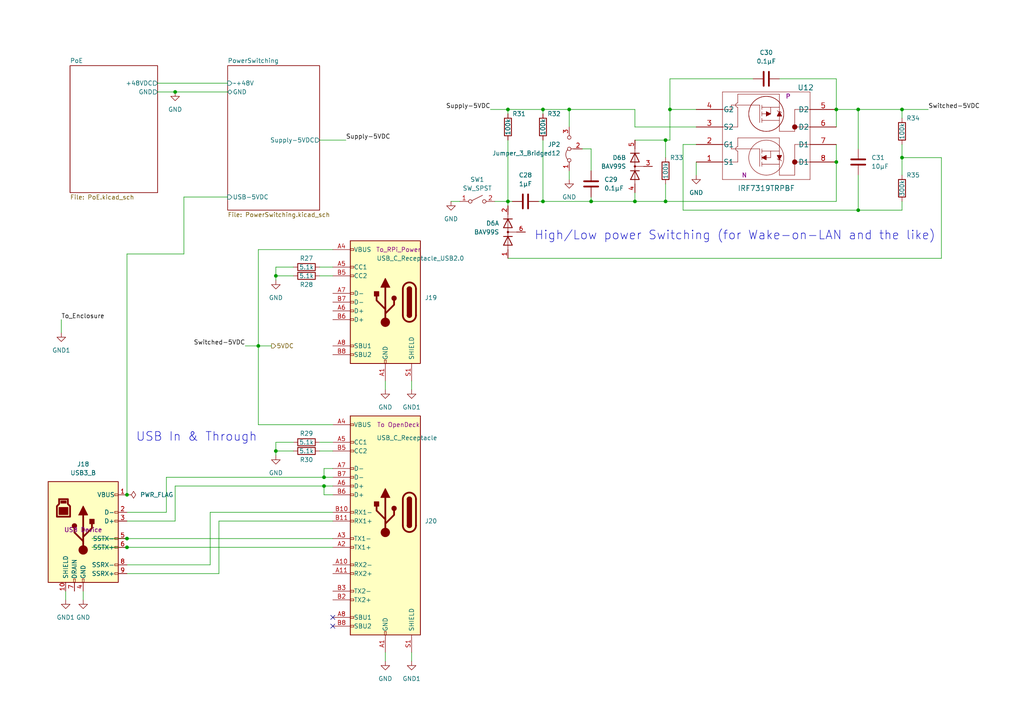
<source format=kicad_sch>
(kicad_sch (version 20211123) (generator eeschema)
  (paper "A4")
  (title_block (title "ModularDeck v1") (comment 1 "Board: PortsBoard") (comment 2 "Authors: Tim Nelson"))
  (lib_symbols
    (symbol "Connector:USB3_B" (pin_names (offset 1.016))
      (property "Reference" "J" (at -10.16 15.24 0))
      (property "Value" "USB3_B" (at 10.16 15.24 0))
      (symbol "USB3_B_0_0"
        (rectangle (start -2.794 -15.24) (end -2.286 -14.224))
        (rectangle (start -0.254 -15.24) (end 0.254 -14.224))
        (rectangle (start 10.16 -12.446) (end 9.144 -12.954))
        (rectangle (start 10.16 -9.906) (end 9.144 -10.414))
        (rectangle (start 10.16 -4.826) (end 9.144 -5.334))
        (rectangle (start 10.16 -2.286) (end 9.144 -2.794))
        (rectangle (start 10.16 2.794) (end 9.144 2.286))
        (rectangle (start 10.16 5.334) (end 9.144 4.826))
        (rectangle (start 10.16 10.414) (end 9.144 9.906))
      )
      (symbol "USB3_B_0_1"
        (rectangle (start -10.16 13.97) (end 10.16 -15.24) (stroke (width 0.254)) (fill (type background)))
        (rectangle (start -6.477 8.382) (end -4.953 7.747) (stroke (width 0.254)) (fill (type outline)))
        (rectangle (start -4.445 4.445) (end -6.985 6.477) (stroke (width 0.254)) (fill (type outline)))
        (polyline (pts (xy -6.985 8.89) (xy -6.985 7.493) (xy -7.62 6.858) (xy -7.62 3.81) (xy -3.81 3.81) (xy -3.81 6.858) (xy -4.445 7.493) (xy -4.445 8.89) (xy -6.858 8.89) (xy -6.985 8.89)) (stroke (width 0.508)))
      )
      (symbol "USB3_B_1_1"
        (circle (center -2.54 1.143) (radius 0.635) (stroke (width 0.254)) (fill (type outline)))
        (circle (center 0 -5.842) (radius 1.27) (fill (type outline)))
        (polyline (pts (xy 0 -5.842) (xy 0 4.318)) (stroke (width 0.508)))
        (polyline (pts (xy 0 -3.302) (xy -2.54 -0.762) (xy -2.54 0.508)) (stroke (width 0.508)))
        (polyline (pts (xy 0 -2.032) (xy 2.54 0.508) (xy 2.54 1.778)) (stroke (width 0.508)))
        (polyline (pts (xy -1.27 4.318) (xy 0 6.858) (xy 1.27 4.318) (xy -1.27 4.318)) (stroke (width 0.254)) (fill (type outline)))
        (rectangle (start 1.905 1.778) (end 3.175 3.048) (stroke (width 0.254)) (fill (type outline)))
        (pin power_out line (at 12.7 10.16 180) (length 2.54) (name "VBUS") (number "1"))
        (pin passive line (at -5.08 -17.78 90) (length 2.54) (name "SHIELD") (number "10"))
        (pin bidirectional line (at 12.7 5.08 180) (length 2.54) (name "D-") (number "2"))
        (pin bidirectional line (at 12.7 2.54 180) (length 2.54) (name "D+") (number "3"))
        (pin power_out line (at 0 -17.78 90) (length 2.54) (name "GND") (number "4"))
        (pin output line (at 12.7 -2.54 180) (length 2.54) (name "SSTX-") (number "5"))
        (pin output line (at 12.7 -5.08 180) (length 2.54) (name "SSTX+") (number "6"))
        (pin passive line (at -2.54 -17.78 90) (length 2.54) (name "DRAIN") (number "7"))
        (pin input line (at 12.7 -10.16 180) (length 2.54) (name "SSRX-") (number "8"))
        (pin input line (at 12.7 -12.7 180) (length 2.54) (name "SSRX+") (number "9"))
      )
    )
    (symbol "Connector:USB_C_Receptacle" (pin_names (offset 1.016))
      (property "Reference" "J" (at -10.16 29.21 0))
      (property "Value" "USB_C_Receptacle" (at 10.16 29.21 0))
      (symbol "USB_C_Receptacle_0_0"
        (rectangle (start -0.254 -35.56) (end 0.254 -34.544))
        (rectangle (start 10.16 -32.766) (end 9.144 -33.274))
        (rectangle (start 10.16 -30.226) (end 9.144 -30.734))
        (rectangle (start 10.16 -25.146) (end 9.144 -25.654))
        (rectangle (start 10.16 -22.606) (end 9.144 -23.114))
        (rectangle (start 10.16 -17.526) (end 9.144 -18.034))
        (rectangle (start 10.16 -14.986) (end 9.144 -15.494))
        (rectangle (start 10.16 -9.906) (end 9.144 -10.414))
        (rectangle (start 10.16 -7.366) (end 9.144 -7.874))
        (rectangle (start 10.16 -2.286) (end 9.144 -2.794))
        (rectangle (start 10.16 0.254) (end 9.144 -0.254))
        (rectangle (start 10.16 5.334) (end 9.144 4.826))
        (rectangle (start 10.16 7.874) (end 9.144 7.366))
        (rectangle (start 10.16 10.414) (end 9.144 9.906))
        (rectangle (start 10.16 12.954) (end 9.144 12.446))
        (rectangle (start 10.16 18.034) (end 9.144 17.526))
        (rectangle (start 10.16 20.574) (end 9.144 20.066))
        (rectangle (start 10.16 25.654) (end 9.144 25.146))
      )
      (symbol "USB_C_Receptacle_0_1"
        (rectangle (start -10.16 27.94) (end 10.16 -35.56) (stroke (width 0.254)) (fill (type background)))
        (arc (start -8.89 -3.81) (mid -6.985 -5.715) (end -5.08 -3.81) (stroke (width 0.508)))
        (arc (start -7.62 -3.81) (mid -6.985 -4.445) (end -6.35 -3.81) (stroke (width 0.254)))
        (arc (start -7.62 -3.81) (mid -6.985 -4.445) (end -6.35 -3.81) (stroke (width 0.254)) (fill (type outline)))
        (rectangle (start -7.62 -3.81) (end -6.35 3.81) (stroke (width 0.254)) (fill (type outline)))
        (arc (start -6.35 3.81) (mid -6.985 4.445) (end -7.62 3.81) (stroke (width 0.254)))
        (arc (start -6.35 3.81) (mid -6.985 4.445) (end -7.62 3.81) (stroke (width 0.254)) (fill (type outline)))
        (arc (start -5.08 3.81) (mid -6.985 5.715) (end -8.89 3.81) (stroke (width 0.508)))
        (polyline (pts (xy -8.89 -3.81) (xy -8.89 3.81)) (stroke (width 0.508)))
        (polyline (pts (xy -5.08 3.81) (xy -5.08 -3.81)) (stroke (width 0.508)))
      )
      (symbol "USB_C_Receptacle_1_1"
        (circle (center -2.54 1.143) (radius 0.635) (stroke (width 0.254)) (fill (type outline)))
        (circle (center 0 -5.842) (radius 1.27) (fill (type outline)))
        (polyline (pts (xy 0 -5.842) (xy 0 4.318)) (stroke (width 0.508)))
        (polyline (pts (xy 0 -3.302) (xy -2.54 -0.762) (xy -2.54 0.508)) (stroke (width 0.508)))
        (polyline (pts (xy 0 -2.032) (xy 2.54 0.508) (xy 2.54 1.778)) (stroke (width 0.508)))
        (polyline (pts (xy -1.27 4.318) (xy 0 6.858) (xy 1.27 4.318) (xy -1.27 4.318)) (stroke (width 0.254)) (fill (type outline)))
        (rectangle (start 1.905 1.778) (end 3.175 3.048) (stroke (width 0.254)) (fill (type outline)))
        (pin passive line (at 0 -40.64 90) (length 5.08) (name "GND") (number "A1"))
        (pin bidirectional line (at 15.24 -15.24 180) (length 5.08) (name "RX2-") (number "A10"))
        (pin bidirectional line (at 15.24 -17.78 180) (length 5.08) (name "RX2+") (number "A11"))
        (pin passive line (at 0 -40.64 90) (length 5.08) hide (name "GND") (number "A12"))
        (pin bidirectional line (at 15.24 -10.16 180) (length 5.08) (name "TX1+") (number "A2"))
        (pin bidirectional line (at 15.24 -7.62 180) (length 5.08) (name "TX1-") (number "A3"))
        (pin passive line (at 15.24 25.4 180) (length 5.08) (name "VBUS") (number "A4"))
        (pin bidirectional line (at 15.24 20.32 180) (length 5.08) (name "CC1") (number "A5"))
        (pin bidirectional line (at 15.24 7.62 180) (length 5.08) (name "D+") (number "A6"))
        (pin bidirectional line (at 15.24 12.7 180) (length 5.08) (name "D-") (number "A7"))
        (pin bidirectional line (at 15.24 -30.48 180) (length 5.08) (name "SBU1") (number "A8"))
        (pin passive line (at 15.24 25.4 180) (length 5.08) hide (name "VBUS") (number "A9"))
        (pin passive line (at 0 -40.64 90) (length 5.08) hide (name "GND") (number "B1"))
        (pin bidirectional line (at 15.24 0 180) (length 5.08) (name "RX1-") (number "B10"))
        (pin bidirectional line (at 15.24 -2.54 180) (length 5.08) (name "RX1+") (number "B11"))
        (pin passive line (at 0 -40.64 90) (length 5.08) hide (name "GND") (number "B12"))
        (pin bidirectional line (at 15.24 -25.4 180) (length 5.08) (name "TX2+") (number "B2"))
        (pin bidirectional line (at 15.24 -22.86 180) (length 5.08) (name "TX2-") (number "B3"))
        (pin passive line (at 15.24 25.4 180) (length 5.08) hide (name "VBUS") (number "B4"))
        (pin bidirectional line (at 15.24 17.78 180) (length 5.08) (name "CC2") (number "B5"))
        (pin bidirectional line (at 15.24 5.08 180) (length 5.08) (name "D+") (number "B6"))
        (pin bidirectional line (at 15.24 10.16 180) (length 5.08) (name "D-") (number "B7"))
        (pin bidirectional line (at 15.24 -33.02 180) (length 5.08) (name "SBU2") (number "B8"))
        (pin passive line (at 15.24 25.4 180) (length 5.08) hide (name "VBUS") (number "B9"))
        (pin passive line (at -7.62 -40.64 90) (length 5.08) (name "SHIELD") (number "S1"))
      )
    )
    (symbol "Connector:USB_C_Receptacle_USB2.0" (pin_names (offset 1.016))
      (property "Reference" "J" (at -10.16 19.05 0))
      (property "Value" "USB_C_Receptacle_USB2.0" (at 19.05 19.05 0))
      (symbol "USB_C_Receptacle_USB2.0_0_0"
        (rectangle (start -0.254 -17.78) (end 0.254 -16.764))
        (rectangle (start 10.16 -14.986) (end 9.144 -15.494))
        (rectangle (start 10.16 -12.446) (end 9.144 -12.954))
        (rectangle (start 10.16 -4.826) (end 9.144 -5.334))
        (rectangle (start 10.16 -2.286) (end 9.144 -2.794))
        (rectangle (start 10.16 0.254) (end 9.144 -0.254))
        (rectangle (start 10.16 2.794) (end 9.144 2.286))
        (rectangle (start 10.16 7.874) (end 9.144 7.366))
        (rectangle (start 10.16 10.414) (end 9.144 9.906))
        (rectangle (start 10.16 15.494) (end 9.144 14.986))
      )
      (symbol "USB_C_Receptacle_USB2.0_0_1"
        (rectangle (start -10.16 17.78) (end 10.16 -17.78) (stroke (width 0.254)) (fill (type background)))
        (arc (start -8.89 -3.81) (mid -6.985 -5.715) (end -5.08 -3.81) (stroke (width 0.508)))
        (arc (start -7.62 -3.81) (mid -6.985 -4.445) (end -6.35 -3.81) (stroke (width 0.254)))
        (arc (start -7.62 -3.81) (mid -6.985 -4.445) (end -6.35 -3.81) (stroke (width 0.254)) (fill (type outline)))
        (rectangle (start -7.62 -3.81) (end -6.35 3.81) (stroke (width 0.254)) (fill (type outline)))
        (arc (start -6.35 3.81) (mid -6.985 4.445) (end -7.62 3.81) (stroke (width 0.254)))
        (arc (start -6.35 3.81) (mid -6.985 4.445) (end -7.62 3.81) (stroke (width 0.254)) (fill (type outline)))
        (arc (start -5.08 3.81) (mid -6.985 5.715) (end -8.89 3.81) (stroke (width 0.508)))
        (circle (center -2.54 1.143) (radius 0.635) (stroke (width 0.254)) (fill (type outline)))
        (circle (center 0 -5.842) (radius 1.27) (fill (type outline)))
        (polyline (pts (xy -8.89 -3.81) (xy -8.89 3.81)) (stroke (width 0.508)))
        (polyline (pts (xy -5.08 3.81) (xy -5.08 -3.81)) (stroke (width 0.508)))
        (polyline (pts (xy 0 -5.842) (xy 0 4.318)) (stroke (width 0.508)))
        (polyline (pts (xy 0 -3.302) (xy -2.54 -0.762) (xy -2.54 0.508)) (stroke (width 0.508)))
        (polyline (pts (xy 0 -2.032) (xy 2.54 0.508) (xy 2.54 1.778)) (stroke (width 0.508)))
        (polyline (pts (xy -1.27 4.318) (xy 0 6.858) (xy 1.27 4.318) (xy -1.27 4.318)) (stroke (width 0.254)) (fill (type outline)))
        (rectangle (start 1.905 1.778) (end 3.175 3.048) (stroke (width 0.254)) (fill (type outline)))
      )
      (symbol "USB_C_Receptacle_USB2.0_1_1"
        (pin passive line (at 0 -22.86 90) (length 5.08) (name "GND") (number "A1"))
        (pin passive line (at 0 -22.86 90) (length 5.08) hide (name "GND") (number "A12"))
        (pin passive line (at 15.24 15.24 180) (length 5.08) (name "VBUS") (number "A4"))
        (pin bidirectional line (at 15.24 10.16 180) (length 5.08) (name "CC1") (number "A5"))
        (pin bidirectional line (at 15.24 -2.54 180) (length 5.08) (name "D+") (number "A6"))
        (pin bidirectional line (at 15.24 2.54 180) (length 5.08) (name "D-") (number "A7"))
        (pin bidirectional line (at 15.24 -12.7 180) (length 5.08) (name "SBU1") (number "A8"))
        (pin passive line (at 15.24 15.24 180) (length 5.08) hide (name "VBUS") (number "A9"))
        (pin passive line (at 0 -22.86 90) (length 5.08) hide (name "GND") (number "B1"))
        (pin passive line (at 0 -22.86 90) (length 5.08) hide (name "GND") (number "B12"))
        (pin passive line (at 15.24 15.24 180) (length 5.08) hide (name "VBUS") (number "B4"))
        (pin bidirectional line (at 15.24 7.62 180) (length 5.08) (name "CC2") (number "B5"))
        (pin bidirectional line (at 15.24 -5.08 180) (length 5.08) (name "D+") (number "B6"))
        (pin bidirectional line (at 15.24 0 180) (length 5.08) (name "D-") (number "B7"))
        (pin bidirectional line (at 15.24 -15.24 180) (length 5.08) (name "SBU2") (number "B8"))
        (pin passive line (at 15.24 15.24 180) (length 5.08) hide (name "VBUS") (number "B9"))
        (pin passive line (at -7.62 -22.86 90) (length 5.08) (name "SHIELD") (number "S1"))
      )
    )
    (symbol "Device:C" (pin_numbers hide) (pin_names (offset 0.254))
      (property "Reference" "C" (at 0.635 2.54 0))
      (property "Value" "C" (at 0.635 -2.54 0))
      (symbol "C_0_1"
        (polyline (pts (xy -2.032 -0.762) (xy 2.032 -0.762)) (stroke (width 0.508)))
        (polyline (pts (xy -2.032 0.762) (xy 2.032 0.762)) (stroke (width 0.508)))
      )
      (symbol "C_1_1"
        (pin passive line (at 0 3.81 270) (length 2.794) (name "~") (number "1"))
        (pin passive line (at 0 -3.81 90) (length 2.794) (name "~") (number "2"))
      )
    )
    (symbol "Device:R" (pin_numbers hide) (pin_names (offset 0))
      (property "Reference" "R" (at 2.032 0 90))
      (property "Value" "R" (at 0 0 90))
      (symbol "R_0_1"
        (rectangle (start -1.016 -2.54) (end 1.016 2.54) (stroke (width 0.254)))
      )
      (symbol "R_1_1"
        (pin passive line (at 0 3.81 270) (length 1.27) (name "~") (number "1"))
        (pin passive line (at 0 -3.81 90) (length 1.27) (name "~") (number "2"))
      )
    )
    (symbol "Diode:BAV99S" (pin_names (offset 0.0254) hide)
      (property "Reference" "D" (at 0 2.54 0))
      (property "Value" "BAV99S" (at 0 5.08 0))
      (symbol "BAV99S_0_1"
        (polyline (pts (xy -5.08 0) (xy 5.08 0)))
        (polyline (pts (xy 0 0) (xy 0 -2.54)))
        (polyline (pts (xy -1.27 -1.27) (xy -1.27 1.27) (xy -1.27 1.27)) (stroke (width 0.254)))
        (polyline (pts (xy 3.81 1.27) (xy 3.81 -1.27) (xy 3.81 -1.27)) (stroke (width 0.254)))
        (polyline (pts (xy -3.81 1.27) (xy -1.27 0) (xy -3.81 -1.27) (xy -3.81 1.27) (xy -3.81 1.27) (xy -3.81 1.27)) (stroke (width 0.254)))
        (polyline (pts (xy 1.27 1.27) (xy 3.81 0) (xy 1.27 -1.27) (xy 1.27 1.27) (xy 1.27 1.27) (xy 1.27 1.27)) (stroke (width 0.254)))
        (circle (center 0 0) (radius 0.254) (fill (type outline)))
      )
      (symbol "BAV99S_1_1"
        (polyline (pts (xy 6.35 0) (xy 7.62 0)))
        (pin passive line (at -7.62 0 0) (length 2.54) (name "A1") (number "1"))
        (pin passive line (at 7.62 0 180) (length 2.54) (name "K2") (number "2"))
        (pin passive line (at 0 -5.08 90) (length 2.54) (name "K3A4") (number "6"))
      )
      (symbol "BAV99S_2_1"
        (polyline (pts (xy 6.35 0) (xy 7.62 0)))
        (pin passive line (at 0 -5.08 90) (length 2.54) (name "K1A2") (number "3"))
        (pin passive line (at -7.62 0 0) (length 2.54) (name "A3") (number "4"))
        (pin passive line (at 7.62 0 180) (length 2.54) (name "K4") (number "5"))
      )
    )
    (symbol "Jumper:Jumper_3_Bridged12" (pin_names (offset 0) hide)
      (property "Reference" "JP" (at -2.54 -2.54 0))
      (property "Value" "Jumper_3_Bridged12" (at 0 2.794 0))
      (symbol "Jumper_3_Bridged12_0_0"
        (circle (center -3.302 0) (radius 0.508))
        (circle (center 0 0) (radius 0.508))
        (circle (center 3.302 0) (radius 0.508))
      )
      (symbol "Jumper_3_Bridged12_0_1"
        (arc (start -0.254 0.508) (mid -1.651 0.9912) (end -3.048 0.508))
        (polyline (pts (xy 0 -1.27) (xy 0 -0.508)))
      )
      (symbol "Jumper_3_Bridged12_1_1"
        (pin passive line (at -6.35 0 0) (length 2.54) (name "A") (number "1"))
        (pin passive line (at 0 -3.81 90) (length 2.54) (name "C") (number "2"))
        (pin passive line (at 6.35 0 180) (length 2.54) (name "B") (number "3"))
      )
    )
    (symbol "Switch:SW_SPST" (pin_names (offset 0) hide)
      (property "Reference" "SW" (at 0 3.175 0))
      (property "Value" "SW_SPST" (at 0 -2.54 0))
      (symbol "SW_SPST_0_0"
        (circle (center -2.032 0) (radius 0.508))
        (polyline (pts (xy -1.524 0.254) (xy 1.524 1.778)))
        (circle (center 2.032 0) (radius 0.508))
      )
      (symbol "SW_SPST_1_1"
        (pin passive line (at -5.08 0 0) (length 2.54) (name "A") (number "1"))
        (pin passive line (at 5.08 0 180) (length 2.54) (name "B") (number "2"))
      )
    )
    (symbol "UltraLibrarian:IRF7319TRPBF" (pin_names (offset 0.254))
      (property "Reference" "U" (at 20.32 10.16 0))
      (property "Value" "IRF7319TRPBF" (at 20.32 7.62 0))
      (symbol "IRF7319TRPBF_1_1"
        (polyline (pts (xy 7.62 -20.32) (xy 33.02 -20.32)) (stroke (width 0.127)))
        (polyline (pts (xy 7.62 5.08) (xy 7.62 -20.32)) (stroke (width 0.127)))
        (polyline (pts (xy 10.16 -16.51) (xy 10.16 -15.24)) (stroke (width 0.127)))
        (polyline (pts (xy 10.16 -15.24) (xy 7.62 -15.24)) (stroke (width 0.127)))
        (polyline (pts (xy 10.16 -5.08) (xy 7.62 -5.08)) (stroke (width 0.127)))
        (polyline (pts (xy 10.16 -3.81) (xy 10.16 -5.08)) (stroke (width 0.127)))
        (polyline (pts (xy 12.065 -19.685) (xy 24.13 -19.685)) (stroke (width 0.127)))
        (polyline (pts (xy 12.065 -17.145) (xy 12.065 -19.685)) (stroke (width 0.127)))
        (polyline (pts (xy 12.065 -15.875) (xy 12.065 -10.16)) (stroke (width 0.127)))
        (polyline (pts (xy 12.065 -10.16) (xy 7.62 -10.16)) (stroke (width 0.127)))
        (polyline (pts (xy 12.065 -6.985) (xy 24.13 -6.985)) (stroke (width 0.127)))
        (polyline (pts (xy 12.065 -4.445) (xy 12.065 -6.985)) (stroke (width 0.127)))
        (polyline (pts (xy 12.065 -3.175) (xy 12.065 0)) (stroke (width 0.127)))
        (polyline (pts (xy 12.065 0) (xy 7.62 0)) (stroke (width 0.127)))
        (polyline (pts (xy 18.415 -16.51) (xy 10.16 -16.51)) (stroke (width 0.127)))
        (polyline (pts (xy 18.415 -11.43) (xy 18.415 -16.51)) (stroke (width 0.127)))
        (polyline (pts (xy 18.415 -3.81) (xy 10.16 -3.81)) (stroke (width 0.127)))
        (polyline (pts (xy 18.415 1.27) (xy 18.415 -3.81)) (stroke (width 0.127)))
        (polyline (pts (xy 19.05 -15.875) (xy 24.13 -15.875)) (stroke (width 0.127)))
        (polyline (pts (xy 19.05 -15.24) (xy 19.05 -16.51)) (stroke (width 0.127)))
        (polyline (pts (xy 19.05 -13.97) (xy 21.59 -13.97)) (stroke (width 0.127)))
        (polyline (pts (xy 19.05 -13.335) (xy 19.05 -14.605)) (stroke (width 0.127)))
        (polyline (pts (xy 19.05 -12.7) (xy 19.05 -11.43)) (stroke (width 0.127)))
        (polyline (pts (xy 19.05 -12.065) (xy 24.13 -12.065)) (stroke (width 0.127)))
        (polyline (pts (xy 19.05 -3.175) (xy 24.13 -3.175)) (stroke (width 0.127)))
        (polyline (pts (xy 19.05 -2.54) (xy 19.05 -3.81)) (stroke (width 0.127)))
        (polyline (pts (xy 19.05 -1.27) (xy 20.32 -0.635)) (stroke (width 0.127)))
        (polyline (pts (xy 19.05 -1.27) (xy 21.59 -1.27)) (stroke (width 0.127)))
        (polyline (pts (xy 19.05 -0.635) (xy 19.05 -1.905)) (stroke (width 0.127)))
        (polyline (pts (xy 19.05 0) (xy 19.05 1.27)) (stroke (width 0.127)))
        (polyline (pts (xy 19.05 0.635) (xy 24.13 0.635)) (stroke (width 0.127)))
        (polyline (pts (xy 20.32 -14.605) (xy 20.32 -13.335)) (stroke (width 0.127)))
        (polyline (pts (xy 20.32 -13.335) (xy 21.59 -13.97)) (stroke (width 0.127)))
        (polyline (pts (xy 20.32 -1.905) (xy 19.05 -1.27)) (stroke (width 0.127)))
        (polyline (pts (xy 20.32 -0.635) (xy 20.32 -1.905)) (stroke (width 0.127)))
        (polyline (pts (xy 21.59 -13.97) (xy 20.32 -14.605)) (stroke (width 0.127)))
        (polyline (pts (xy 21.59 -13.97) (xy 21.59 -15.875)) (stroke (width 0.127)))
        (polyline (pts (xy 21.59 -1.27) (xy 21.59 -3.175)) (stroke (width 0.127)))
        (polyline (pts (xy 23.495 -13.335) (xy 24.13 -14.605)) (stroke (width 0.127)))
        (polyline (pts (xy 23.495 -1.905) (xy 24.765 -1.905)) (stroke (width 0.127)))
        (polyline (pts (xy 23.8252 -14.605) (xy 23.495 -14.9352)) (stroke (width 0.127)))
        (polyline (pts (xy 23.8252 -0.635) (xy 23.495 -0.9652)) (stroke (width 0.127)))
        (polyline (pts (xy 23.8252 -0.635) (xy 24.4348 -0.635)) (stroke (width 0.127)))
        (polyline (pts (xy 24.13 -19.685) (xy 24.13 -8.89)) (stroke (width 0.127)))
        (polyline (pts (xy 24.13 -14.605) (xy 24.765 -13.335)) (stroke (width 0.127)))
        (polyline (pts (xy 24.13 -6.985) (xy 24.13 3.81)) (stroke (width 0.127)))
        (polyline (pts (xy 24.13 -0.635) (xy 23.495 -1.905)) (stroke (width 0.127)))
        (polyline (pts (xy 24.4348 -14.605) (xy 23.8252 -14.605)) (stroke (width 0.127)))
        (polyline (pts (xy 24.4348 -14.605) (xy 24.765 -14.2748)) (stroke (width 0.127)))
        (polyline (pts (xy 24.4348 -0.635) (xy 24.765 -0.3048)) (stroke (width 0.127)))
        (polyline (pts (xy 24.765 -13.335) (xy 23.495 -13.335)) (stroke (width 0.127)))
        (polyline (pts (xy 24.765 -1.905) (xy 24.13 -0.635)) (stroke (width 0.127)))
        (polyline (pts (xy 28.575 -15.24) (xy 28.575 -8.89)) (stroke (width 0.127)))
        (polyline (pts (xy 28.575 -8.89) (xy 24.13 -8.89)) (stroke (width 0.127)))
        (polyline (pts (xy 28.575 -5.08) (xy 28.575 3.81)) (stroke (width 0.127)))
        (polyline (pts (xy 28.575 3.81) (xy 24.13 3.81)) (stroke (width 0.127)))
        (polyline (pts (xy 33.02 -20.32) (xy 33.02 5.08)) (stroke (width 0.127)))
        (polyline (pts (xy 33.02 -15.24) (xy 28.575 -15.24)) (stroke (width 0.127)))
        (polyline (pts (xy 33.02 -10.16) (xy 28.575 -10.16)) (stroke (width 0.127)))
        (polyline (pts (xy 33.02 -5.08) (xy 28.575 -5.08)) (stroke (width 0.127)))
        (polyline (pts (xy 33.02 0) (xy 28.575 0)) (stroke (width 0.127)))
        (polyline (pts (xy 33.02 5.08) (xy 7.62 5.08)) (stroke (width 0.127)))
        (polyline (pts (xy 20.32 -13.335) (xy 20.32 -14.605) (xy 21.59 -13.97) (xy 20.32 -13.335)) (fill (type outline)))
        (polyline (pts (xy 20.32 -1.905) (xy 20.32 -0.635) (xy 19.05 -1.27) (xy 20.32 -1.905)) (fill (type outline)))
        (polyline (pts (xy 23.495 -1.905) (xy 24.765 -1.905) (xy 24.13 -0.635) (xy 23.495 -1.905)) (fill (type outline)))
        (polyline (pts (xy 24.765 -13.335) (xy 23.495 -13.335) (xy 24.13 -14.605) (xy 24.765 -13.335)) (fill (type outline)))
        (arc (start 12.065 -15.875) (mid 11.43 -16.51) (end 12.065 -17.145) (stroke (width 0.127)))
        (arc (start 12.065 -3.175) (mid 11.43 -3.81) (end 12.065 -4.445) (stroke (width 0.127)))
        (circle (center 20.32 -13.97) (radius 5.08) (stroke (width 0.127)))
        (circle (center 20.32 -13.97) (radius 5.08) (stroke (width 0.127)))
        (arc (start 20.32 -8.89) (mid 20.32 -19.05) (end 20.32 -8.89) (stroke (width 0.127)))
        (arc (start 20.32 -8.89) (mid 20.32 -19.05) (end 20.32 -8.89) (stroke (width 0.127)))
        (circle (center 20.32 -1.27) (radius 5.08) (stroke (width 0.127)))
        (arc (start 20.32 3.81) (mid 20.32 -6.35) (end 20.32 3.81) (stroke (width 0.127)))
        (arc (start 28.448 -10.16) (mid 28.702 -10.16) (end 28.448 -10.16) (stroke (width 0.635)))
        (arc (start 28.448 0) (mid 28.702 0) (end 28.448 0) (stroke (width 0.635)))
        (circle (center 28.575 -10.16) (radius 0.127) (stroke (width 0.635)))
        (circle (center 28.575 0) (radius 0.127) (stroke (width 0.635)))
        (pin passive line (at 0 0 0) (length 7.62) (name "S1") (number "1"))
        (pin input line (at 0 -5.08 0) (length 7.62) (name "G1") (number "2"))
        (pin passive line (at 0 -10.16 0) (length 7.62) (name "S2") (number "3"))
        (pin input line (at 0 -15.24 0) (length 7.62) (name "G2") (number "4"))
        (pin passive line (at 40.64 -15.24 180) (length 7.62) (name "D2") (number "5"))
        (pin passive line (at 40.64 -10.16 180) (length 7.62) (name "D2") (number "6"))
        (pin passive line (at 40.64 -5.08 180) (length 7.62) (name "D1") (number "7"))
        (pin passive line (at 40.64 0 180) (length 7.62) (name "D1") (number "8"))
      )
    )
    (symbol "power:GND" (power) (pin_names (offset 0))
      (property "Value" "GND" (at 0 -3.81 0))
      (symbol "GND_0_1"
        (polyline (pts (xy 0 0) (xy 0 -1.27) (xy 1.27 -1.27) (xy 0 -2.54) (xy -1.27 -1.27) (xy 0 -1.27)))
      )
      (symbol "GND_1_1"
        (pin power_in line (at 0 0 270) (length 0) hide (name "GND") (number "1"))
      )
    )
    (symbol "power:GND1" (power) (pin_names (offset 0))
      (property "Value" "GND1" (at 0 -3.81 0))
      (symbol "GND1_0_1"
        (polyline (pts (xy 0 0) (xy 0 -1.27) (xy 1.27 -1.27) (xy 0 -2.54) (xy -1.27 -1.27) (xy 0 -1.27)))
      )
      (symbol "GND1_1_1"
        (pin power_in line (at 0 0 270) (length 0) hide (name "GND1") (number "1"))
      )
    )
    (symbol "power:PWR_FLAG" (power) (pin_numbers hide) (pin_names (offset 0) hide)
      (property "Value" "PWR_FLAG" (at 0 3.81 0))
      (symbol "PWR_FLAG_0_0"
        (pin power_out line (at 0 0 90) (length 0) (name "pwr") (number "1"))
      )
      (symbol "PWR_FLAG_0_1"
        (polyline (pts (xy 0 0) (xy 0 1.27) (xy -1.016 1.905) (xy 0 2.54) (xy 1.016 1.905) (xy 0 1.27)))
      )
    )
  )
  (junction (at 147.32 58.42))
  (junction (at 50.8 26.67))
  (junction (at 193.04 58.42))
  (junction (at 80.01 80.01))
  (junction (at 248.92 60.96))
  (junction (at 80.01 130.81))
  (junction (at 261.62 45.72))
  (junction (at 171.45 58.42))
  (junction (at 193.04 40.64))
  (junction (at 242.57 31.75))
  (junction (at 165.1 31.75))
  (junction (at 157.48 58.42))
  (junction (at 74.93 100.33))
  (junction (at 36.83 158.75))
  (junction (at 261.62 31.75))
  (junction (at 36.83 143.51))
  (junction (at 194.31 31.75))
  (junction (at 157.48 31.75))
  (junction (at 93.98 140.97))
  (junction (at 147.32 31.75))
  (junction (at 36.83 156.21))
  (junction (at 93.98 138.43))
  (junction (at 184.15 58.42))
  (junction (at 248.92 31.75))
  (junction (at 242.57 46.99))
  (no_connect (at 96.52 179.07))
  (no_connect (at 96.52 181.61))
  (wire (pts (xy 147.32 40.64) (xy 147.32 58.42)))
  (wire (pts (xy 147.32 58.42) (xy 148.59 58.42)))
  (wire (pts (xy 63.5 151.13) (xy 63.5 166.37)))
  (wire (pts (xy 165.1 31.75) (xy 165.1 36.83)))
  (wire (pts (xy 248.92 50.8) (xy 248.92 60.96)))
  (wire (pts (xy 193.04 40.64) (xy 193.04 45.72)))
  (wire (pts (xy 273.05 74.93) (xy 147.32 74.93)))
  (wire (pts (xy 248.92 60.96) (xy 261.62 60.96)))
  (wire (pts (xy 165.1 31.75) (xy 184.15 31.75)))
  (wire (pts (xy 96.52 135.89) (xy 93.98 135.89)))
  (wire (pts (xy 53.34 57.15) (xy 53.34 73.66)))
  (wire (pts (xy 48.26 138.43) (xy 93.98 138.43)))
  (wire (pts (xy 226.06 22.86) (xy 242.57 22.86)))
  (wire (pts (xy 74.93 123.19) (xy 96.52 123.19)))
  (wire (pts (xy 36.83 158.75) (xy 96.52 158.75)))
  (wire (pts (xy 193.04 40.64) (xy 184.15 40.64)))
  (wire (pts (xy 194.31 31.75) (xy 194.31 40.64)))
  (wire (pts (xy 26.67 156.21) (xy 36.83 156.21)))
  (wire (pts (xy 111.76 110.49) (xy 111.76 113.03)))
  (wire (pts (xy 193.04 53.34) (xy 193.04 58.42)))
  (wire (pts (xy 165.1 49.53) (xy 165.1 52.07)))
  (wire (pts (xy 17.78 92.71) (xy 17.78 96.52)))
  (wire (pts (xy 171.45 43.18) (xy 168.91 43.18)))
  (wire (pts (xy 261.62 58.42) (xy 261.62 60.96)))
  (wire (pts (xy 93.98 143.51) (xy 93.98 140.97)))
  (wire (pts (xy 92.71 40.64) (xy 100.33 40.64)))
  (wire (pts (xy 71.12 100.33) (xy 74.93 100.33)))
  (wire (pts (xy 50.8 26.67) (xy 66.04 26.67)))
  (wire (pts (xy 111.76 189.23) (xy 111.76 191.77)))
  (wire (pts (xy 85.09 128.27) (xy 80.01 128.27)))
  (wire (pts (xy 96.52 143.51) (xy 93.98 143.51)))
  (wire (pts (xy 92.71 130.81) (xy 96.52 130.81)))
  (wire (pts (xy 261.62 41.91) (xy 261.62 45.72)))
  (wire (pts (xy 157.48 40.64) (xy 157.48 58.42)))
  (wire (pts (xy 63.5 166.37) (xy 36.83 166.37)))
  (wire (pts (xy 36.83 163.83) (xy 60.96 163.83)))
  (wire (pts (xy 93.98 140.97) (xy 96.52 140.97)))
  (wire (pts (xy 147.32 31.75) (xy 147.32 33.02)))
  (wire (pts (xy 36.83 148.59) (xy 48.26 148.59)))
  (wire (pts (xy 74.93 100.33) (xy 74.93 123.19)))
  (wire (pts (xy 171.45 57.15) (xy 171.45 58.42)))
  (wire (pts (xy 96.52 151.13) (xy 63.5 151.13)))
  (wire (pts (xy 147.32 58.42) (xy 147.32 59.69)))
  (wire (pts (xy 50.8 140.97) (xy 50.8 151.13)))
  (wire (pts (xy 26.67 158.75) (xy 36.83 158.75)))
  (wire (pts (xy 60.96 163.83) (xy 60.96 148.59)))
  (wire (pts (xy 184.15 55.88) (xy 184.15 58.42)))
  (wire (pts (xy 273.05 45.72) (xy 273.05 74.93)))
  (wire (pts (xy 201.93 31.75) (xy 194.31 31.75)))
  (wire (pts (xy 157.48 31.75) (xy 157.48 33.02)))
  (wire (pts (xy 130.81 58.42) (xy 133.35 58.42)))
  (wire (pts (xy 50.8 140.97) (xy 93.98 140.97)))
  (wire (pts (xy 142.24 31.75) (xy 147.32 31.75)))
  (wire (pts (xy 218.44 22.86) (xy 194.31 22.86)))
  (wire (pts (xy 242.57 31.75) (xy 248.92 31.75)))
  (wire (pts (xy 194.31 40.64) (xy 193.04 40.64)))
  (wire (pts (xy 242.57 31.75) (xy 242.57 36.83)))
  (wire (pts (xy 19.05 171.45) (xy 19.05 173.99)))
  (wire (pts (xy 147.32 31.75) (xy 157.48 31.75)))
  (wire (pts (xy 80.01 130.81) (xy 80.01 132.08)))
  (wire (pts (xy 45.72 24.13) (xy 66.04 24.13)))
  (wire (pts (xy 36.83 151.13) (xy 50.8 151.13)))
  (wire (pts (xy 92.71 80.01) (xy 96.52 80.01)))
  (wire (pts (xy 261.62 31.75) (xy 261.62 34.29)))
  (wire (pts (xy 242.57 41.91) (xy 242.57 46.99)))
  (wire (pts (xy 92.71 128.27) (xy 96.52 128.27)))
  (wire (pts (xy 261.62 45.72) (xy 261.62 50.8)))
  (wire (pts (xy 45.72 26.67) (xy 50.8 26.67)))
  (wire (pts (xy 198.12 41.91) (xy 198.12 60.96)))
  (wire (pts (xy 143.51 58.42) (xy 147.32 58.42)))
  (wire (pts (xy 66.04 57.15) (xy 53.34 57.15)))
  (wire (pts (xy 119.38 189.23) (xy 119.38 191.77)))
  (wire (pts (xy 80.01 77.47) (xy 80.01 80.01)))
  (wire (pts (xy 171.45 49.53) (xy 171.45 43.18)))
  (wire (pts (xy 184.15 31.75) (xy 184.15 36.83)))
  (wire (pts (xy 36.83 156.21) (xy 96.52 156.21)))
  (wire (pts (xy 93.98 138.43) (xy 96.52 138.43)))
  (wire (pts (xy 157.48 58.42) (xy 171.45 58.42)))
  (wire (pts (xy 80.01 130.81) (xy 85.09 130.81)))
  (wire (pts (xy 85.09 77.47) (xy 80.01 77.47)))
  (wire (pts (xy 24.13 171.45) (xy 24.13 173.99)))
  (wire (pts (xy 48.26 138.43) (xy 48.26 148.59)))
  (wire (pts (xy 36.83 73.66) (xy 36.83 143.51)))
  (wire (pts (xy 92.71 77.47) (xy 96.52 77.47)))
  (wire (pts (xy 261.62 31.75) (xy 269.24 31.75)))
  (wire (pts (xy 119.38 110.49) (xy 119.38 113.03)))
  (wire (pts (xy 157.48 31.75) (xy 165.1 31.75)))
  (wire (pts (xy 201.93 46.99) (xy 201.93 50.8)))
  (wire (pts (xy 242.57 46.99) (xy 242.57 58.42)))
  (wire (pts (xy 242.57 22.86) (xy 242.57 31.75)))
  (wire (pts (xy 74.93 72.39) (xy 74.93 100.33)))
  (wire (pts (xy 156.21 58.42) (xy 157.48 58.42)))
  (wire (pts (xy 80.01 80.01) (xy 85.09 80.01)))
  (wire (pts (xy 80.01 80.01) (xy 80.01 81.28)))
  (wire (pts (xy 93.98 135.89) (xy 93.98 138.43)))
  (wire (pts (xy 80.01 128.27) (xy 80.01 130.81)))
  (wire (pts (xy 261.62 45.72) (xy 273.05 45.72)))
  (wire (pts (xy 193.04 58.42) (xy 242.57 58.42)))
  (wire (pts (xy 74.93 100.33) (xy 78.74 100.33)))
  (wire (pts (xy 201.93 41.91) (xy 198.12 41.91)))
  (wire (pts (xy 171.45 58.42) (xy 184.15 58.42)))
  (wire (pts (xy 248.92 31.75) (xy 261.62 31.75)))
  (wire (pts (xy 74.93 72.39) (xy 96.52 72.39)))
  (wire (pts (xy 53.34 73.66) (xy 36.83 73.66)))
  (wire (pts (xy 248.92 31.75) (xy 248.92 43.18)))
  (wire (pts (xy 184.15 58.42) (xy 193.04 58.42)))
  (wire (pts (xy 198.12 60.96) (xy 248.92 60.96)))
  (wire (pts (xy 60.96 148.59) (xy 96.52 148.59)))
  (wire (pts (xy 184.15 36.83) (xy 201.93 36.83)))
  (wire (pts (xy 194.31 22.86) (xy 194.31 31.75)))
  (text "High/Low power Switching (for Wake-on-LAN and the like)" (at 154.94 69.85 0) (effects (font (size 2.54 2.54)) (justify left bottom)))
  (text "USB In & Through" (at 39.37 128.27 0) (effects (font (size 2.54 2.54)) (justify left bottom)))
  (label "To_Enclosure" (at 17.78 92.71 0))
  (label "Supply-5VDC" (at 100.33 40.64 0))
  (label "Switched-5VDC" (at 269.24 31.75 0))
  (label "Supply-5VDC" (at 142.24 31.75 180))
  (label "Switched-5VDC" (at 71.12 100.33 180))
  (hierarchical_label "5VDC" (shape output) (at 78.74 100.33 0))
  (symbol (lib_id "Device:R") (at 88.9 77.47 90) (unit 1)
    (property "Reference" "R27" (at 88.9 74.93 90))
    (property "Value" "5.1k" (at 88.9 77.47 90))
  )
  (symbol (lib_id "Connector:USB3_B") (at 24.13 153.67 0) (unit 1)
    (property "Reference" "J18" (at 24.13 134.62 0))
    (property "Value" "USB3_B" (at 24.13 137.16 0))
    (property "Signal" "USB Device" (at 24.13 153.67 0))
  )
  (symbol (lib_id "Jumper:Jumper_3_Bridged12") (at 165.1 43.18 90) (unit 1)
    (property "Reference" "JP2" (at 162.56 41.9099 90) (effects (justify left)))
    (property "Value" "Jumper_3_Bridged12" (at 162.56 44.4499 90) (effects (justify left)))
  )
  (symbol (lib_id "Device:R") (at 157.48 36.83 0) (unit 1)
    (property "Reference" "R32" (at 158.75 33.02 0) (effects (justify left)))
    (property "Value" "100k" (at 157.48 36.83 90))
  )
  (symbol (lib_id "Connector:USB_C_Receptacle") (at 111.76 148.59 0) (mirror y) (unit 1)
    (property "Reference" "J20" (at 123.19 151.1299 0) (effects (justify right)))
    (property "Value" "USB_C_Receptacle" (at 109.22 127 0) (effects (justify right)))
    (property "Datasheet" "https://www.usb.org/sites/default/files/documents/usb_type-c.zip" (effects hide))
    (property "Purpose" "To OpenDeck" (at 115.57 123.19 0))
  )
  (symbol (lib_id "Device:R") (at 193.04 49.53 0) (unit 1)
    (property "Reference" "R33" (at 194.31 45.72 0) (effects (justify left)))
    (property "Value" "100k" (at 193.04 49.53 90))
  )
  (symbol (lib_id "Device:R") (at 147.32 36.83 0) (unit 1)
    (property "Reference" "R31" (at 148.59 33.02 0) (effects (justify left)))
    (property "Value" "100k" (at 147.32 36.83 90))
  )
  (symbol (lib_id "Device:R") (at 261.62 54.61 0) (unit 1)
    (property "Reference" "R35" (at 262.89 50.8 0) (effects (justify left)))
    (property "Value" "300k" (at 261.62 54.61 90))
  )
  (symbol (lib_id "Device:C") (at 171.45 53.34 0) (unit 1)
    (property "Reference" "C29" (at 175.26 52.0699 0) (effects (justify left)))
    (property "Value" "0.1μF" (at 175.26 54.6099 0) (effects (justify left)))
  )
  (symbol (lib_id "Device:R") (at 261.62 38.1 0) (unit 1)
    (property "Reference" "R34" (at 262.89 34.29 0) (effects (justify left)))
    (property "Value" "100k" (at 261.62 38.1 90))
  )
  (symbol (lib_id "power:GND1") (at 119.38 191.77 0) (unit 1)
    (property "Reference" "#PWR0142" (effects hide))
    (property "Value" "GND1" (at 119.38 196.85 0))
  )
  (symbol (lib_id "Device:R") (at 88.9 130.81 90) (unit 1)
    (property "Reference" "R30" (at 88.9 133.35 90))
    (property "Value" "5.1k" (at 88.9 130.81 90))
  )
  (symbol (lib_id "power:GND") (at 130.81 58.42 0) (unit 1)
    (property "Reference" "#PWR0138" (effects hide))
    (property "Value" "GND" (at 130.81 63.5 0))
  )
  (symbol (lib_id "Device:R") (at 88.9 128.27 90) (unit 1)
    (property "Reference" "R29" (at 88.9 125.73 90))
    (property "Value" "5.1k" (at 88.9 128.27 90))
  )
  (symbol (lib_id "Device:C") (at 152.4 58.42 90) (unit 1)
    (property "Reference" "C28" (at 152.4 50.8 90))
    (property "Value" "1μF" (at 152.4 53.34 90))
  )
  (symbol (lib_id "power:GND") (at 24.13 173.99 0) (unit 1)
    (property "Reference" "#PWR0144" (effects hide))
    (property "Value" "GND" (at 24.13 179.07 0))
  )
  (symbol (lib_id "power:GND") (at 165.1 52.07 0) (unit 1)
    (property "Reference" "#PWR0145" (effects hide))
    (property "Value" "GND" (at 165.1 57.15 0))
  )
  (symbol (lib_id "Connector:USB_C_Receptacle_USB2.0") (at 111.76 87.63 0) (mirror y) (unit 1)
    (property "Reference" "J19" (at 123.19 86.3599 0) (effects (justify right)))
    (property "Value" "USB_C_Receptacle_USB2.0" (at 109.22 74.93 0) (effects (justify right)))
    (property "Datasheet" "https://www.usb.org/sites/default/files/documents/usb_type-c.zip" (effects hide))
    (property "Purpose" "To_RPi_Power" (at 115.57 72.39 0))
  )
  (symbol (lib_id "Device:C") (at 222.25 22.86 90) (unit 1)
    (property "Reference" "C30" (at 222.25 15.24 90))
    (property "Value" "0.1μF" (at 222.25 17.78 90))
  )
  (symbol (lib_id "power:GND") (at 80.01 132.08 0) (unit 1)
    (property "Reference" "#PWR0140" (effects hide))
    (property "Value" "GND" (at 80.01 137.16 0))
  )
  (symbol (lib_id "Device:C") (at 248.92 46.99 0) (unit 1)
    (property "Reference" "C31" (at 252.73 45.7199 0) (effects (justify left)))
    (property "Value" "10μF" (at 252.73 48.2599 0) (effects (justify left)))
  )
  (symbol (lib_id "power:GND1") (at 119.38 113.03 0) (unit 1)
    (property "Reference" "#PWR0136" (effects hide))
    (property "Value" "GND1" (at 119.38 118.11 0))
  )
  (symbol (lib_id "UltraLibrarian:IRF7319TRPBF") (at 201.93 46.99 0) (mirror x) (unit 1)
    (property "Reference" "U12" (at 233.68 25.4 0) (effects (font (size 1.524 1.524))))
    (property "Value" "IRF7319TRPBF" (at 222.25 54.61 0) (effects (font (size 1.524 1.524))))
    (property "Footprint" "TRANS_IRF7103TRPBF_INF" (effects hide))
    (property "Datasheet" "https://datasheet.octopart.com/IRF7319-International-Rectifier-datasheet-66552.pdf" (effects hide))
    (property "N-channel" "N" (at 215.9 50.8 0))
    (property "P-Channel" "P" (at 228.6 27.94 0))
  )
  (symbol (lib_id "Diode:BAV99S") (at 184.15 48.26 90) (unit 2)
    (property "Reference" "D6" (at 181.61 45.7199 90) (effects (justify left)))
    (property "Value" "BAV99S" (at 181.61 48.2599 90) (effects (justify left)))
    (property "Footprint" "Package_TO_SOT_SMD:SOT-363_SC-70-6" (effects hide))
    (property "Datasheet" "https://assets.nexperia.com/documents/data-sheet/BAV99_SER.pdf" (effects hide))
  )
  (symbol (lib_id "power:GND") (at 111.76 191.77 0) (unit 1)
    (property "Reference" "#PWR0141" (effects hide))
    (property "Value" "GND" (at 111.76 196.85 0))
  )
  (symbol (lib_id "power:GND1") (at 17.78 96.52 0) (unit 1)
    (property "Reference" "#PWR0139" (effects hide))
    (property "Value" "GND1" (at 17.78 101.6 0))
  )
  (symbol (lib_id "power:GND") (at 80.01 81.28 0) (unit 1)
    (property "Reference" "#PWR0149" (effects hide))
    (property "Value" "GND" (at 80.01 86.36 0))
  )
  (symbol (lib_id "Switch:SW_SPST") (at 138.43 58.42 0) (unit 1)
    (property "Reference" "SW1" (at 138.43 52.07 0))
    (property "Value" "SW_SPST" (at 138.43 54.61 0))
  )
  (symbol (lib_id "Diode:BAV99S") (at 147.32 67.31 90) (unit 1)
    (property "Reference" "D6" (at 144.78 64.7699 90) (effects (justify left)))
    (property "Value" "BAV99S" (at 144.78 67.3099 90) (effects (justify left)))
    (property "Footprint" "Package_TO_SOT_SMD:SOT-363_SC-70-6" (effects hide))
    (property "Datasheet" "https://assets.nexperia.com/documents/data-sheet/BAV99_SER.pdf" (effects hide))
  )
  (symbol (lib_id "power:PWR_FLAG") (at 36.83 143.51 270) (unit 1)
    (property "Reference" "#FLG0102" (effects hide))
    (property "Value" "PWR_FLAG" (at 40.64 143.5099 90) (effects (justify left)))
  )
  (symbol (lib_id "power:GND1") (at 19.05 173.99 0) (unit 1)
    (property "Reference" "#PWR0143" (effects hide))
    (property "Value" "GND1" (at 19.05 179.07 0))
  )
  (symbol (lib_id "power:GND") (at 201.93 50.8 0) (unit 1)
    (property "Reference" "#PWR0147" (effects hide))
    (property "Value" "GND" (at 201.93 55.88 0))
  )
  (symbol (lib_id "power:GND") (at 111.76 113.03 0) (unit 1)
    (property "Reference" "#PWR0137" (effects hide))
    (property "Value" "GND" (at 111.76 118.11 0))
  )
  (symbol (lib_id "power:GND") (at 50.8 26.67 0) (unit 1)
    (property "Reference" "#PWR0148" (effects hide))
    (property "Value" "GND" (at 50.8 31.75 0))
  )
  (symbol (lib_id "Device:R") (at 88.9 80.01 90) (unit 1)
    (property "Reference" "R28" (at 88.9 82.55 90))
    (property "Value" "5.1k" (at 88.9 80.01 90))
  )
  (sheet (at 20.32 19.05) (size 25.4 36.83) (stroke (width 0.1524))
    (property "Sheet name" "PoE" (at 20.32 18.3384 0) (effects (justify left bottom)))
    (property "Sheet file" "PoE.kicad_sch" (at 20.32 56.4646 0) (effects (justify left top)))
    (pin "GND" output (at 45.72 26.67 0))
    (pin "+48VDC" output (at 45.72 24.13 0))
  )
  (sheet (at 66.04 19.05) (size 26.67 41.91) (stroke (width 0.1524))
    (property "Sheet name" "PowerSwitching" (at 66.04 18.3384 0) (effects (justify left bottom)))
    (property "Sheet file" "PowerSwitching.kicad_sch" (at 66.04 61.5446 0) (effects (justify left top)))
    (pin "~+48V" input (at 66.04 24.13 180))
    (pin "GND" bidirectional (at 66.04 26.67 180))
    (pin "USB-5VDC" input (at 66.04 57.15 180))
    (pin "Supply-5VDC" output (at 92.71 40.64 0))
  )
)
</source>
